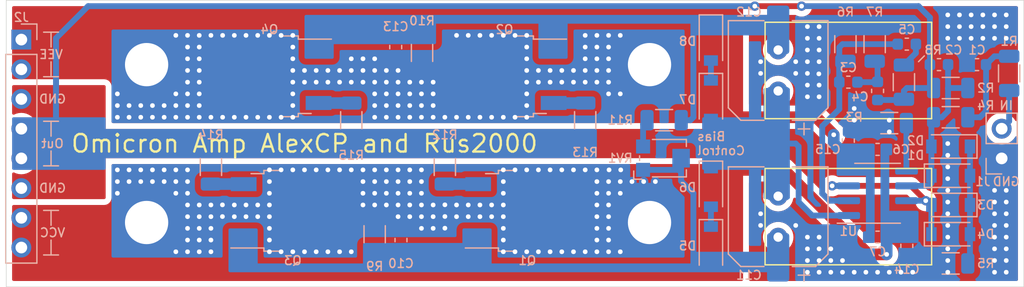
<source format=kicad_pcb>
(kicad_pcb (version 20211014) (generator pcbnew)
  (layers (0 "F.Cu" signal) (31 "B.Cu" signal) (34 "B.Paste" user) (35 "F.Paste" user) (36 "B.SilkS" user "B.Silkscreen") (37 "F.SilkS" user "F.Silkscreen") (38 "B.Mask" user) (39 "F.Mask" user) (44 "Edge.Cuts" user))
  (net 0 "")
  (net 1 "GND")
  (net 2 "Net-(C2-Pad1)")
  (net 3 "/Out")
  (net 4 "Net-(C3-Pad2)")
  (net 5 "VEE")
  (net 6 "VCC")
  (net 7 "Net-(D5-Pad1)")
  (net 8 "Net-(C11-Pad1)")
  (net 9 "Net-(D7-Pad1)")
  (net 10 "/In")
  (net 11 "Net-(Q1-Pad3)")
  (net 12 "Net-(C5-Pad2)")
  (net 13 "Net-(Q2-Pad3)")
  (net 14 "Net-(C10-Pad1)")
  (net 15 "Net-(Q3-Pad3)")
  (net 16 "Net-(Q4-Pad3)")
  (net 17 "Net-(C12-Pad1)")
  (net 18 "Net-(D1-Pad2)")
  (net 19 "Net-(R11-Pad1)")
  (net 20 "Net-(D3-Pad2)")
  (net 21 "Net-(C3-Pad1)")
  (net 22 "Net-(C1-Pad1)")
  (net 23 "Net-(R3-Pad1)")
  (footprint "Omicron:Ariamelon_Logo_CU" (layer "F.Cu") (at 69.75 24.5)
    (fp_text reference "A1" hide)
    (fp_text value "Art" hide)
  )
  (footprint "Backplane:C_Radial_D8.0mm_H11.5mm_P3.50mm_Sideways" (layer "F.Cu") (at 81.25 16.5 -90)
    (fp_text reference "C12")
    (fp_text value "100u")
  )
  (footprint "Backplane:C_Radial_D8.0mm_H11.5mm_P3.50mm_Sideways" (layer "F.Cu") (at 81.25 29 -90)
    (fp_text reference "C11")
    (fp_text value "100u")
  )
  (footprint "Diode_SMD:D_SOD-123" (layer "B.Cu") (at 96 27.25)
    (fp_text reference "D1")
    (fp_text value "D")
  )
  (footprint "Resistor_SMD:R_1206_3216Metric" (layer "B.Cu") (at 71.5 22.5)
    (fp_text reference "R11")
    (fp_text value "1k")
  )
  (footprint "Capacitor_SMD:C_0603_1608Metric" (layer "B.Cu") (at 92.25 16)
    (fp_text reference "C5")
    (fp_text value "330p")
  )
  (footprint "Package_TO_SOT_SMD:TO-252-2" (layer "B.Cu") (at 59.801073 30.25)
    (fp_text reference "Q1")
    (fp_text value "MJD44H11")
  )
  (footprint "Backplane:Potentiometer_Bourns_TC33X_Vertical" (layer "B.Cu") (at 71.5 25.75)
    (fp_text reference "RV1")
    (fp_text value "10k")
  )
  (footprint "Capacitor_SMD:CP_Elec_8x6.9" (layer "B.Cu") (at 81.25 18.25 90)
    (fp_text reference "C9" hide)
    (fp_text value "100u")
  )
  (footprint "Diode_SMD:D_SOD-123" (layer "B.Cu") (at 96 32.25)
    (fp_text reference "D4")
    (fp_text value "D")
  )
  (footprint "Package_SO:SOIC-8_3.9x4.9mm_P1.27mm" (layer "B.Cu") (at 89.75 28.75)
    (fp_text reference "U1")
    (fp_text value "NE5532")
  )
  (footprint "Resistor_SMD:R_1206_3216Metric" (layer "B.Cu") (at 96 19.75)
    (fp_text reference "R2")
    (fp_text value "4.7k")
  )
  (footprint "Capacitor_SMD:C_0603_1608Metric" (layer "B.Cu") (at 87.25 19.25)
    (fp_text reference "C3")
    (fp_text value "330p")
  )
  (footprint "Omicron:MountingHole_3.2mm_M3_DIN965_Pad_3.7mm_Hole" (layer "B.Cu") (at 27.25 31.25 180)
    (fp_text reference "H3" hide)
    (fp_text value "3.7mm")
  )
  (footprint "Capacitor_SMD:C_0603_1608Metric" (layer "B.Cu") (at 98.25 17.75 180)
    (fp_text reference "C1")
    (fp_text value "680p")
  )
  (footprint "Package_TO_SOT_SMD:TO-252-2" (layer "B.Cu") (at 57.851073 18.75 180)
    (fp_text reference "Q2")
    (fp_text value "MJD45H11")
  )
  (footprint "Resistor_SMD:R_1206_3216Metric" (layer "B.Cu") (at 50.8 16.75 90)
    (fp_text reference "R10")
    (fp_text value "12k")
  )
  (footprint "Capacitor_SMD:C_0603_1608Metric" (layer "B.Cu") (at 48.55 16.25 -90)
    (fp_text reference "C13")
    (fp_text value "15p")
  )
  (footprint "Omicron:MountingHole_3.2mm_M3_DIN965_Pad_3.7mm_Hole" (layer "B.Cu") (at 27.25 17.75 180)
    (fp_text reference "H4" hide)
    (fp_text value "3.7mm")
  )
  (footprint "Diode_SMD:D_SOD-123" (layer "B.Cu") (at 75.5 20.75 -90)
    (fp_text reference "D7")
    (fp_text value "D")
  )
  (footprint "Resistor_SMD:R_1206_3216Metric" (layer "B.Cu") (at 101 18.5 90)
    (fp_text reference "R1")
    (fp_text value "1k")
  )
  (footprint "Connector_PinHeader_2.54mm:PinHeader_1x08_P2.54mm_Vertical" (layer "B.Cu") (at 16.54 15.61 180)
    (fp_text reference "J2")
    (fp_text value "Out")
  )
  (footprint "Resistor_SMD:R_1206_3216Metric" (layer "B.Cu") (at 87 16 90)
    (fp_text reference "R6")
    (fp_text value "2.2k")
  )
  (footprint "Diode_SMD:D_SOD-123" (layer "B.Cu") (at 96 29.75 180)
    (fp_text reference "D3")
    (fp_text value "D")
  )
  (footprint "Resistor_SMD:R_1206_3216Metric" (layer "B.Cu") (at 96 34.75)
    (fp_text reference "R5")
    (fp_text value "1k")
  )
  (footprint "Capacitor_SMD:C_0603_1608Metric" (layer "B.Cu") (at 89.75 20 -90)
    (fp_text reference "C4")
    (fp_text value "1.5n")
  )
  (footprint "Diode_SMD:D_SOD-123" (layer "B.Cu") (at 75.5 33.25 -90)
    (fp_text reference "D5")
    (fp_text value "D")
  )
  (footprint "Capacitor_SMD:CP_Elec_8x6.9" (layer "B.Cu") (at 81.25 30.75 90)
    (fp_text reference "C8" hide)
    (fp_text value "100u")
  )
  (footprint "Package_TO_SOT_SMD:TO-252-2" (layer "B.Cu") (at 39.75 30.25)
    (fp_text reference "Q3")
    (fp_text value "MJD44H11")
  )
  (footprint "Capacitor_SMD:C_0603_1608Metric" (layer "B.Cu") (at 89.75 25 180)
    (fp_text reference "C6")
    (fp_text value "1u")
  )
  (footprint "Capacitor_SMD:C_0603_1608Metric" (layer "B.Cu") (at 49 32.75 90)
    (fp_text reference "C10")
    (fp_text value "15p")
  )
  (footprint "Omicron:MountingHole_3.2mm_M3_DIN965_Pad_3.7mm_Hole" (layer "B.Cu") (at 70.25 31.25 180)
    (fp_text reference "H1" hide)
    (fp_text value "3.7mm")
  )
  (footprint "Connector_PinHeader_2.54mm:PinHeader_1x02_P2.54mm_Vertical" (layer "B.Cu") (at 100.36 25.77)
    (fp_text reference "J1")
    (fp_text value "In")
  )
  (footprint "Capacitor_SMD:C_0603_1608Metric" (layer "B.Cu") (at 87.25 24.25 -90)
    (fp_text reference "C15")
    (fp_text value "1u")
  )
  (footprint "Resistor_SMD:R_1206_3216Metric" (layer "B.Cu") (at 52.75 26.5 90)
    (fp_text reference "R12")
    (fp_text value "5.1")
  )
  (footprint "Resistor_SMD:R_1206_3216Metric" (layer "B.Cu") (at 32.75 26.5 90)
    (fp_text reference "R14")
    (fp_text value "5.1")
  )
  (footprint "Diode_SMD:D_SOD-123" (layer "B.Cu") (at 75.5 15.75 -90)
    (fp_text reference "D8")
    (fp_text value "D")
  )
  (footprint "Capacitor_SMD:C_0603_1608Metric" (layer "B.Cu") (at 89.75 32.5 180)
    (fp_text reference "C7")
    (fp_text value "1u")
  )
  (footprint "Resistor_SMD:R_1206_3216Metric" (layer "B.Cu") (at 89.5 16 90)
    (fp_text reference "R7")
    (fp_text value "300")
  )
  (footprint "Resistor_SMD:R_1206_3216Metric" (layer "B.Cu") (at 46.75 32.25 -90)
    (fp_text reference "R9")
    (fp_text value "12k")
  )
  (footprint "Capacitor_SMD:C_0603_1608Metric" (layer "B.Cu") (at 92.25 33.25 -90)
    (fp_text reference "C14")
    (fp_text value "1u")
  )
  (footprint "Diode_SMD:D_SOD-123" (layer "B.Cu") (at 75.5 28.25 -90)
    (fp_text reference "D6")
    (fp_text value "D")
  )
  (footprint "Resistor_SMD:R_1206_3216Metric" (layer "B.Cu") (at 96 22.25 180)
    (fp_text reference "R4")
    (fp_text value "1k")
  )
  (footprint "Resistor_SMD:R_1206_3216Metric" (layer "B.Cu") (at 90.75 22.75 180)
    (fp_text reference "R3")
    (fp_text value "1.8k")
  )
  (footprint "Package_TO_SOT_SMD:TO-252-2" (layer "B.Cu") (at 37.75 18.75 180)
    (fp_text reference "Q4")
    (fp_text value "MJD45H11")
  )
  (footprint "Omicron:MountingHole_3.2mm_M3_DIN965_Pad_3.7mm_Hole" (layer "B.Cu") (at 70.25 17.75 180)
    (fp_text reference "H2" hide)
    (fp_text value "3.7mm")
  )
  (footprint "Capacitor_SMD:C_0603_1608Metric" (layer "B.Cu") (at 95 17.75 180)
    (fp_text reference "C2")
    (fp_text value "15p")
  )
  (footprint "Resistor_SMD:R_1206_3216Metric" (layer "B.Cu") (at 92 19.25 90)
    (fp_text reference "R8")
    (fp_text value "470k")
  )
  (footprint "Diode_SMD:D_SOD-123" (layer "B.Cu") (at 96 24.75 180)
    (fp_text reference "D2")
    (fp_text value "D")
  )
  (footprint "Resistor_SMD:R_1206_3216Metric" (layer "B.Cu") (at 64.75 22.5 90)
    (fp_text reference "R13")
    (fp_text value "5.1")
  )
  (footprint "Resistor_SMD:R_1206_3216Metric" (layer "B.Cu") (at 44.75 22.5 90)
    (fp_text reference "R15")
    (fp_text value "5.1")
  )
  (gr_line (start 19.715 22.595) (end 18.445 22.595) (layer "B.SilkS") (width 0.12))
  (gr_line (start 19.715 14.975) (end 18.445 14.975) (layer "B.SilkS") (width 0.12))
  (gr_line (start 19.08 22.595) (end 19.08 23.865) (layer "B.SilkS") (width 0.12))
  (gr_line (start 93.75 17) (end 93.25 17.5) (layer "B.SilkS") (width 0.12))
  (gr_line (start 19.08 34.025) (end 19.08 32.755) (layer "B.SilkS") (width 0.12))
  (gr_line (start 19.08 18.785) (end 19.08 17.515) (layer "B.SilkS") (width 0.12))
  (gr_line (start 19.08 30.215) (end 19.08 31.485) (layer "B.SilkS") (width 0.12))
  (gr_line (start 19.715 18.785) (end 18.445 18.785) (layer "B.SilkS") (width 0.12))
  (gr_line (start 19.08 26.405) (end 19.08 25.135) (layer "B.SilkS") (width 0.12))
  (gr_line (start 19.08 14.975) (end 19.08 16.245) (layer "B.SilkS") (width 0.12))
  (gr_line (start 19.715 30.215) (end 18.445 30.215) (layer "B.SilkS") (width 0.12))
  (gr_line (start 19.715 26.405) (end 18.445 26.405) (layer "B.SilkS") (width 0.12))
  (gr_line (start 19.715 34.025) (end 18.445 34.025) (layer "B.SilkS") (width 0.12))
  (gr_line (start 102.25 36.75) (end 102.25 12.25) (layer "Edge.Cuts") (width 0.05))
  (gr_line (start 15.25 12.25) (end 15.25 36.75) (layer "Edge.Cuts") (width 0.05))
  (gr_line (start 15.25 36.75) (end 102.25 36.75) (layer "Edge.Cuts") (width 0.05))
  (gr_line (start 15.25 12.25) (end 102.25 12.25) (layer "Edge.Cuts") (width 0.05))
  (gr_text "GND" (at 19.207 20.69) (layer "B.SilkS") (effects (font (size 0.75 0.75) (thickness 0.125)) (justify mirror)))
  (gr_text "VEE" (at 19.08 16.88) (layer "B.SilkS") (effects (font (size 0.75 0.75) (thickness 0.125)) (justify mirror)))
  (gr_text "Bias\nControl" (at 74.25 24.5) (layer "B.SilkS") (effects (font (size 0.75 0.75) (thickness 0.125)) (justify right mirror)))
  (gr_text "IN" (at 100.75 21.25) (layer "B.SilkS") (effects (font (size 0.75 0.75) (thickness 0.125)) (justify mirror)))
  (gr_text "Out" (at 19.207 24.5) (layer "B.SilkS") (effects (font (size 0.75 0.75) (thickness 0.125)) (justify mirror)))
  (gr_text "GND" (at 19.207 28.31) (layer "B.SilkS") (effects (font (size 0.75 0.75) (thickness 0.125)) (justify mirror)))
  (gr_text "GND" (at 100.75 27.75) (layer "B.SilkS") (effects (font (size 0.75 0.75) (thickness 0.125)) (justify mirror)))
  (gr_text "VCC" (at 19.207 32.12) (layer "B.SilkS") (effects (font (size 0.75 0.75) (thickness 0.125)) (justify mirror)))
  (gr_text "Omicron Amp AlexCP and Rus2000" (at 40.75 24.5) (layer "F.SilkS") (effects (font (size 1.5 1.5) (thickness 0.2))))
  (via (at 84.75 32.5) (size 0.8) (drill 0.4) (layers "F.Cu" "B.Cu") (net 1))
  (via (at 100.75 14.5) (size 0.8) (drill 0.4) (layers "F.Cu" "B.Cu") (net 1))
  (via (at 96.75 15.5) (size 0.8) (drill 0.4) (layers "F.Cu" "B.Cu") (net 1))
  (via (at 100.75 31.5) (size 0.8) (drill 0.4) (layers "F.Cu" "B.Cu") (net 1))
  (via (at 84.728469 18.541112) (size 0.8) (drill 0.4) (layers "F.Cu" "B.Cu") (net 1))
  (via (at 99.75 35.5) (size 0.8) (drill 0.4) (layers "F.Cu" "B.Cu") (net 1))
  (via (at 87.75 21.5) (size 0.8) (drill 0.4) (layers "F.Cu" "B.Cu") (net 1))
  (via (at 100.75 32.5) (size 0.8) (drill 0.4) (layers "F.Cu" "B.Cu") (net 1))
  (via (at 92.75 35.5) (size 0.8) (drill 0.4) (layers "F.Cu" "B.Cu") (net 1))
  (via (at 99.75 14.5) (size 0.8) (drill 0.4) (layers "F.Cu" "B.Cu") (net 1))
  (via (at 100.75 33.5) (size 0.8) (drill 0.4) (layers "F.Cu" "B.Cu") (net 1))
  (via (at 83.75 14.5) (size 0.8) (drill 0.4) (layers "F.Cu" "B.Cu") (net 1))
  (via (at 90.75 22.5) (size 0.8) (drill 0.4) (layers "F.Cu" "B.Cu") (net 1))
  (via (at 90.75 23.5) (size 0.8) (drill 0.4) (layers "F.Cu" "B.Cu") (net 1))
  (via (at 100.75 13.5) (size 0.8) (drill 0.4) (layers "F.Cu" "B.Cu") (net 1))
  (via (at 85.75 34.5) (size 0.8) (drill 0.4) (layers "F.Cu" "B.Cu") (net 1))
  (via (at 84.75 35.5) (size 0.8) (drill 0.4) (layers "F.Cu" "B.Cu") (net 1))
  (via (at 99.75 34.5) (size 0.8) (drill 0.4) (layers "F.Cu" "B.Cu") (net 1))
  (via (at 79.75 18.5) (size 0.8) (drill 0.4) (layers "F.Cu" "B.Cu") (net 1))
  (via (at 91.75 35.5) (size 0.8) (drill 0.4) (layers "F.Cu" "B.Cu") (net 1))
  (via (at 84.75 17.5) (size 0.8) (drill 0.4) (layers "F.Cu" "B.Cu") (net 1))
  (via (at 90.75 35.5) (size 0.8) (drill 0.4) (layers "F.Cu" "B.Cu") (net 1))
  (via (at 84.75 16.5) (size 0.8) (drill 0.4) (layers "F.Cu" "B.Cu") (net 1))
  (via (at 83.75 19.5) (size 0.8) (drill 0.4) (layers "F.Cu" "B.Cu") (net 1))
  (via (at 99.75 28.5) (size 0.8) (drill 0.4) (layers "F.Cu" "B.Cu") (net 1))
  (via (at 98.75 15.5) (size 0.8) (drill 0.4) (layers "F.Cu" "B.Cu") (net 1))
  (via (at 100.75 15.5) (size 0.8) (drill 0.4) (layers "F.Cu" "B.Cu") (net 1))
  (via (at 82.75 17.5) (size 0.8) (drill 0.4) (layers "F.Cu" "B.Cu") (net 1))
  (via (at 95.75 25.5) (size 0.8) (drill 0.4) (layers "F.Cu" "B.Cu") (net 1))
  (via (at 83.75 20.5) (size 0.8) (drill 0.4) (layers "F.Cu" "B.Cu") (net 1))
  (via (at 85.75 35.5) (size 0.8) (drill 0.4) (layers "F.Cu" "B.Cu") (net 1))
  (via (at 100.75 30.5) (size 0.8) (drill 0.4) (layers "F.Cu" "B.Cu") (net 1))
  (via (at 84.75 33.5) (size 0.8) (drill 0.4) (layers "F.Cu" "B.Cu") (net 1))
  (via (at 99.75 32.5) (size 0.8) (drill 0.4) (layers "F.Cu" "B.Cu") (net 1))
  (via (at 95.75 13.5) (size 0.8) (drill 0.4) (layers "F.Cu" "B.Cu") (net 1))
  (via (at 95.75 28.5) (size 0.8) (drill 0.4) (layers "F.Cu" "B.Cu") (net 1))
  (via (at 83.75 17.5) (size 0.8) (drill 0.4) (layers "F.Cu" "B.Cu") (net 1))
  (via (at 95.75 29.5) (size 0.8) (drill 0.4) (layers "F.Cu" "B.Cu") (net 1))
  (via (at 86.75 35.5) (size 0.8) (drill 0.4) (layers "F.Cu" "B.Cu") (net 1))
  (via (at 99.75 30.5) (size 0.8) (drill 0.4) (layers "F.Cu" "B.Cu") (net 1))
  (via (at 84.75 15.5) (size 0.8) (drill 0.4) (layers "F.Cu" "B.Cu") (net 1))
  (via (at 97.75 14.5) (size 0.8) (drill 0.4) (layers "F.Cu" "B.Cu") (net 1))
  (via (at 83.75 34.5) (size 0.8) (drill 0.4) (layers "F.Cu" "B.Cu") (net 1))
  (via (at 82.75 31.5) (size 0.8) (drill 0.4) (layers "F.Cu" "B.Cu") (net 1))
  (via (at 100.75 29.5) (size 0.8) (drill 0.4) (layers "F.Cu" "B.Cu") (net 1))
  (via (at 88.75 35.5) (size 0.8) (drill 0.4) (layers "F.Cu" "B.Cu") (net 1))
  (via (at 95.75 15.5) (size 0.8) (drill 0.4) (layers "F.Cu" "B.Cu") (net 1))
  (via (at 99.75 13.5) (size 0.8) (drill 0.4) (layers "F.Cu" "B.Cu") (net 1))
  (via (at 83.75 32.5) (size 0.8) (drill 0.4) (layers "F.Cu" "B.Cu") (net 1))
  (via (at 97.75 13.5) (size 0.8) (drill 0.4) (layers "F.Cu" "B.Cu") (net 1))
  (via (at 95.75 31.5) (size 0.8) (drill 0.4) (layers "F.Cu" "B.Cu") (net 1))
  (via (at 95.75 33.5) (size 0.8) (drill 0.4) (layers "F.Cu" "B.Cu") (net 1))
  (via (at 95.75 26.5) (size 0.8) (drill 0.4) (layers "F.Cu" "B.Cu") (net 1))
  (via (at 95.75 34.5) (size 0.8) (drill 0.4) (layers "F.Cu" "B.Cu") (net 1))
  (via (at 79.75 31.5) (size 0.8) (drill 0.4) (layers "F.Cu" "B.Cu") (net 1))
  (via (at 89.75 35.5) (size 0.8) (drill 0.4) (layers "F.Cu" "B.Cu") (net 1))
  (via (at 84.75 19.5) (size 0.8) (drill 0.4) (layers "F.Cu" "B.Cu") (net 1))
  (via (at 100.75 34.5) (size 0.8) (drill 0.4) (layers "F.Cu" "B.Cu") (net 1))
  (via (at 97.75 15.5) (size 0.8) (drill 0.4) (layers "F.Cu" "B.Cu") (net 1))
  (via (at 83.75 33.5) (size 0.8) (drill 0.4) (layers "F.Cu" "B.Cu") (net 1))
  (via (at 95.75 14.5) (size 0.8) (drill 0.4) (layers "F.Cu" "B.Cu") (net 1))
  (via (at 95.75 27.5) (size 0.8) (drill 0.4) (layers "F.Cu" "B.Cu") (net 1))
  (via (at 99.75 29.5) (size 0.8) (drill 0.4) (layers "F.Cu" "B.Cu") (net 1))
  (via (at 95.75 24.5) (size 0.8) (drill 0.4) (layers "F.Cu" "B.Cu") (net 1))
  (via (at 79.75 17.5) (size 0.8) (drill 0.4) (layers "F.Cu" "B.Cu") (net 1))
  (via (at 83.75 16.5) (size 0.8) (drill 0.4) (layers "F.Cu" "B.Cu") (net 1))
  (via (at 95.75 30.5) (size 0.8) (drill 0.4) (layers "F.Cu" "B.Cu") (net 1))
  (via (at 83.75 15.5) (size 0.8) (drill 0.4) (layers "F.Cu" "B.Cu") (net 1))
  (via (at 100.75 28.5) (size 0.8) (drill 0.4) (layers "F.Cu" "B.Cu") (net 1))
  (via (at 84.75 14.5) (size 0.8) (drill 0.4) (layers "F.Cu" "B.Cu") (net 1))
  (via (at 83.75 18.5) (size 0.8) (drill 0.4) (layers "F.Cu" "B.Cu") (net 1))
  (via (at 99.75 31.5) (size 0.8) (drill 0.4) (layers "F.Cu" "B.Cu") (net 1))
  (via (at 86.75 34.5) (size 0.8) (drill 0.4) (layers "F.Cu" "B.Cu") (net 1))
  (via (at 83.75 35.5) (size 0.8) (drill 0.4) (layers "F.Cu" "B.Cu") (net 1))
  (via (at 98.75 13.5) (size 0.8) (drill 0.4) (layers "F.Cu" "B.Cu") (net 1))
  (via (at 84.75 34.5) (size 0.8) (drill 0.4) (layers "F.Cu" "B.Cu") (net 1))
  (via (at 96.75 14.5) (size 0.8) (drill 0.4) (layers "F.Cu" "B.Cu") (net 1))
  (via (at 99.75 33.5) (size 0.8) (drill 0.4) (layers "F.Cu" "B.Cu") (net 1))
  (via (at 85.75 33.5) (size 0.8) (drill 0.4) (layers "F.Cu" "B.Cu") (net 1))
  (via (at 87.75 22.5) (size 0.8) (drill 0.4) (layers "F.Cu" "B.Cu") (net 1))
  (via (at 96.75 13.5) (size 0.8) (drill 0.4) (layers "F.Cu" "B.Cu") (net 1))
  (via (at 84.75 20.5) (size 0.8) (drill 0.4) (layers "F.Cu" "B.Cu") (net 1))
  (via (at 99.75 15.5) (size 0.8) (drill 0.4) (layers "F.Cu" "B.Cu") (net 1))
  (via (at 87.75 35.5) (size 0.8) (drill 0.4) (layers "F.Cu" "B.Cu") (net 1))
  (via (at 95.75 32.5) (size 0.8) (drill 0.4) (layers "F.Cu" "B.Cu") (net 1))
  (via (at 100.75 35.5) (size 0.8) (drill 0.4) (layers "F.Cu" "B.Cu") (net 1))
  (via (at 95.75 35.5) (size 0.8) (drill 0.4) (layers "F.Cu" "B.Cu") (net 1))
  (via (at 79.75 30.5) (size 0.8) (drill 0.4) (layers "F.Cu" "B.Cu") (net 1))
  (via (at 98.75 14.5) (size 0.8) (drill 0.4) (layers "F.Cu" "B.Cu") (net 1))
  (via (at 82.75 18.5) (size 0.8) (drill 0.4) (layers "F.Cu" "B.Cu") (net 1))
  (segment (start 94.35 27.25) (end 94.35 22.4375) (width 0.5) (layer "B.Cu") (net 2))
  (segment (start 94.35 27.25) (end 94.35 27.9) (width 0.5) (layer "B.Cu") (net 2))
  (segment (start 94.135 28.115) (end 92.225 28.115) (width 0.5) (layer "B.Cu") (net 2))
  (segment (start 97.4625 19.75) (end 95.8 19.75) (width 0.5) (layer "B.Cu") (net 2))
  (segment (start 95.775 21.725) (end 95.25 22.25) (width 0.5) (layer "B.Cu") (net 2))
  (segment (start 95.8 19.75) (end 95.775 19.775) (width 0.5) (layer "B.Cu") (net 2))
  (segment (start 95.775 19.775) (end 95.775 21.725) (width 0.5) (layer "B.Cu") (net 2))
  (segment (start 95.775 17.75) (end 95.775 19.775) (width 0.5) (layer "B.Cu") (net 2))
  (segment (start 95.25 22.25) (end 94.5375 22.25) (width 0.5) (layer "B.Cu") (net 2))
  (segment (start 94.35 27.9) (end 94.135 28.115) (width 0.5) (layer "B.Cu") (net 2))
  (segment (start 83.25 12.75) (end 79.25 12.75) (width 0.5) (layer "F.Cu") (net 3))
  (via (at 83.25 12.75) (size 0.8) (drill 0.4) (layers "F.Cu" "B.Cu") (net 3))
  (via (at 79.25 12.75) (size 0.8) (drill 0.4) (layers "F.Cu" "B.Cu") (net 3))
  (segment (start 19.51 21.24) (end 19.5 21.25) (width 0.5) (layer "B.Cu") (net 3))
  (segment (start 19.51 21.24) (end 19.51 15.49) (width 0.5) (layer "B.Cu") (net 3))
  (segment (start 19.5 21.25) (end 19.5 22.5) (width 0.5) (layer "B.Cu") (net 3))
  (segment (start 94.225 19.4375) (end 94.5375 19.75) (width 0.5) (layer "B.Cu") (net 3))
  (segment (start 94.225 13.725) (end 93.25 12.75) (width 0.5) (layer "B.Cu") (net 3))
  (segment (start 89.75 20.775) (end 91.9375 20.775) (width 0.5) (layer "B.Cu") (net 3))
  (segment (start 22.25 12.75) (end 79.25 12.75) (width 0.5) (layer "B.Cu") (net 3))
  (segment (start 93.25 12.75) (end 83.25 12.75) (width 0.5) (layer "B.Cu") (net 3))
  (segment (start 92.25 19.75) (end 92 20) (width 0.5) (layer "B.Cu") (net 3))
  (segment (start 94.225 17.75) (end 94.225 19.4375) (width 0.5) (layer "B.Cu") (net 3))
  (segment (start 94.225 17.75) (end 94.225 13.725) (width 0.5) (layer "B.Cu") (net 3))
  (segment (start 92 20) (end 92 20.7125) (width 0.5) (layer "B.Cu") (net 3))
  (segment (start 19.51 15.49) (end 22.25 12.75) (width 0.5) (layer "B.Cu") (net 3))
  (segment (start 91.9375 20.775) (end 92 20.7125) (width 0.5) (layer "B.Cu") (net 3))
  (segment (start 19.51 15.49) (end 19.51 22.99) (width 0.5) (layer "B.Cu") (net 3))
  (segment (start 94.5375 19.75) (end 92.25 19.75) (width 0.5) (layer "B.Cu") (net 3))
  (segment (start 89.75 17.7125) (end 89.5 17.4625) (width 0.5) (layer "B.Cu") (net 4))
  (segment (start 89.725 19.25) (end 89.75 19.225) (width 0.5) (layer "B.Cu") (net 4))
  (segment (start 89.75 19.225) (end 89.75 17.7125) (width 0.5) (layer "B.Cu") (net 4))
  (segment (start 88.025 19.25) (end 89.725 19.25) (width 0.5) (layer "B.Cu") (net 4))
  (segment (start 86 23.75) (end 84.5 22.25) (width 1) (layer "F.Cu") (net 5))
  (segment (start 84.5 22.25) (end 75.5 22.25) (width 1) (layer "F.Cu") (net 5))
  (via (at 39.75 21.25) (size 0.8) (drill 0.4) (layers "F.Cu" "B.Cu") (net 5))
  (via (at 24.75 22.25) (size 0.8) (drill 0.4) (layers "F.Cu" "B.Cu") (net 5))
  (via (at 66.75 17.25) (size 0.8) (drill 0.4) (layers "F.Cu" "B.Cu") (net 5))
  (via (at 55.75 22.25) (size 0.8) (drill 0.4) (layers "F.Cu" "B.Cu") (net 5))
  (via (at 27.75 21.25) (size 0.8) (drill 0.4) (layers "F.Cu" "B.Cu") (net 5))
  (via (at 34.75 15.25) (size 0.8) (drill 0.4) (layers "F.Cu" "B.Cu") (net 5))
  (via (at 65.75 19.25) (size 0.8) (drill 0.4) (layers "F.Cu" "B.Cu") (net 5))
  (via (at 48.75 21.25) (size 0.8) (drill 0.4) (layers "F.Cu" "B.Cu") (net 5))
  (via (at 47.75 19.25) (size 0.8) (drill 0.4) (layers "F.Cu" "B.Cu") (net 5))
  (via (at 37.75 22.25) (size 0.8) (drill 0.4) (layers "F.Cu" "B.Cu") (net 5))
  (via (at 27.75 22.25) (size 0.8) (drill 0.4) (layers "F.Cu" "B.Cu") (net 5))
  (via (at 63.75 19.25) (size 0.8) (drill 0.4) (layers "F.Cu" "B.Cu") (net 5))
  (via (at 59.75 17.25) (size 0.8) (drill 0.4) (layers "F.Cu" "B.Cu") (net 5))
  (via (at 35.75 22.25) (size 0.8) (drill 0.4) (layers "F.Cu" "B.Cu") (net 5))
  (via (at 31.75 21.25) (size 0.8) (drill 0.4) (layers "F.Cu" "B.Cu") (net 5))
  (via (at 62.75 19.25) (size 0.8) (drill 0.4) (layers "F.Cu" "B.Cu") (net 5))
  (via (at 28.75 21.25) (size 0.8) (drill 0.4) (layers "F.Cu" "B.Cu") (net 5))
  (via (at 64.75 17.25) (size 0.8) (drill 0.4) (layers "F.Cu" "B.Cu") (net 5))
  (via (at 36.75 22.25) (size 0.8) (drill 0.4) (layers "F.Cu" "B.Cu") (net 5))
  (via (at 26.75 22.25) (size 0.8) (drill 0.4) (layers "F.Cu" "B.Cu") (net 5))
  (via (at 66.75 18.25) (size 0.8) (drill 0.4) (layers "F.Cu" "B.Cu") (net 5))
  (via (at 48.75 19.25) (size 0.8) (drill 0.4) (layers "F.Cu" "B.Cu") (net 5))
  (via (at 61.75 18.25) (size 0.8) (drill 0.4) (layers "F.Cu" "B.Cu") (net 5))
  (via (at 49.75 22.25) (size 0.8) (drill 0.4) (layers "F.Cu" "B.Cu") (net 5))
  (via (at 30.75 17.25) (size 0.8) (drill 0.4) (layers "F.Cu" "B.Cu") (net 5))
  (via (at 60.75 18.25) (size 0.8) (drill 0.4) (layers "F.Cu" "B.Cu") (net 5))
  (via (at 43.75 18.25) (size 0.8) (drill 0.4) (layers "F.Cu" "B.Cu") (net 5))
  (via (at 44.75 19.25) (size 0.8) (drill 0.4) (layers "F.Cu" "B.Cu") (net 5))
  (via (at 48.75 20.25) (size 0.8) (drill 0.4) (layers "F.Cu" "B.Cu") (net 5))
  (via (at 53.75 22.25) (size 0.8) (drill 0.4) (layers "F.Cu" "B.Cu") (net 5))
  (via (at 66.75 20.25) (size 0.8) (drill 0.4) (layers "F.Cu" "B.Cu") (net 5))
  (via (at 62.75 18.25) (size 0.8) (drill 0.4) (layers "F.Cu" "B.Cu") (net 5))
  (via (at 33.75 15.25) (size 0.8) (drill 0.4) (layers "F.Cu" "B.Cu") (net 5))
  (via (at 24.75 20.25) (size 0.8) (drill 0.4) (layers "F.Cu" "B.Cu") (net 5))
  (via (at 58.75 15.25) (size 0.8) (drill 0.4) (layers "F.Cu" "B.Cu") (net 5))
  (via (at 42.75 19.25) (size 0.8) (drill 0.4) (layers "F.Cu" "B.Cu") (net 5))
  (via (at 38.75 15.25) (size 0.8) (drill 0.4) (layers "F.Cu" "B.Cu") (net 5))
  (via (at 65.75 18.25) (size 0.8) (drill 0.4) (layers "F.Cu" "B.Cu") (net 5))
  (via (at 67.75 20.25) (size 0.8) (drill 0.4) (layers "F.Cu" "B.Cu") (net 5))
  (via (at 43.75 19.25) (size 0.8) (drill 0.4) (layers "F.Cu" "B.Cu") (net 5))
  (via (at 48.75 18.25) (size 0.8) (drill 0.4) (layers "F.Cu" "B.Cu") (net 5))
  (via (at 50.75 21.25) (size 0.8) (drill 0.4) (layers "F.Cu" "B.Cu") (net 5))
  (via (at 39.75 20.25) (size 0.8) (drill 0.4) (layers "F.Cu" "B.Cu") (net 5))
  (via (at 64.75 15.25) (size 0.8) (drill 0.4) (layers "F.Cu" "B.Cu") (net 5))
  (via (at 25.75 21.25) (size 0.8) (drill 0.4) (layers "F.Cu" "B.Cu") (net 5))
  (via (at 39.75 22.25) (size 0.8) (drill 0.4) (layers "F.Cu" "B.Cu") (net 5))
  (via (at 30.75 15.25) (size 0.8) (drill 0.4) (layers "F.Cu" "B.Cu") (net 5))
  (via (at 66.75 15.25) (size 0.8) (drill 0.4) (layers "F.Cu" "B.Cu") (net 5))
  (via (at 42.75 18.25) (size 0.8) (drill 0.4) (layers "F.Cu" "B.Cu") (net 5))
  (via (at 31.75 15.25) (size 0.8) (drill 0.4) (layers "F.Cu" "B.Cu") (net 5))
  (via (at 33.75 22.25) (size 0.8) (drill 0.4) (layers "F.Cu" "B.Cu") (net 5))
  (via (at 46.75 21.25) (size 0.8) (drill 0.4) (layers "F.Cu" "B.Cu") (net 5))
  (via (at 67.75 15.25) (size 0.8) (drill 0.4) (layers "F.Cu" "B.Cu") (net 5))
  (via (at 28.75 22.25) (size 0.8) (drill 0.4) (layers "F.Cu" "B.Cu") (net 5))
  (via (at 40.75 19.25) (size 0.8) (drill 0.4) (layers "F.Cu" "B.Cu") (net 5))
  (via (at 32.75 15.25) (size 0.8) (drill 0.4) (layers "F.Cu" "B.Cu") (net 5))
  (via (at 49.75 19.25) (size 0.8) (drill 0.4) (layers "F.Cu" "B.Cu") (net 5))
  (via (at 31.75 17.25) (size 0.8) (drill 0.4) (layers "F.Cu" "B.Cu") (net 5))
  (via (at 54.75 22.25) (size 0.8) (drill 0.4) (layers "F.Cu" "B.Cu") (net 5))
  (via (at 57.75 15.25) (size 0.8) (drill 0.4) (layers "F.Cu" "B.Cu") (net 5))
  (via (at 29.75 22.25) (size 0.8) (drill 0.4) (layers "F.Cu" "B.Cu") (net 5))
  (via (at 60.75 19.25) (size 0.8) (drill 0.4) (layers "F.Cu" "B.Cu") (net 5))
  (via (at 31.75 19.25) (size 0.8) (drill 0.4) (layers "F.Cu" "B.Cu") (net 5))
  (via (at 24.75 21.25) (size 0.8) (drill 0.4) (layers "F.Cu" "B.Cu") (net 5))
  (via (at 59.75 18.25) (size 0.8) (drill 0.4) (layers "F.Cu" "B.Cu") (net 5))
  (via (at 51.75 20.25) (size 0.8) (drill 0.4) (layers "F.Cu" "B.Cu") (net 5))
  (via (at 44.75 18.25) (size 0.8) (drill 0.4) (layers "F.Cu" "B.Cu") (net 5))
  (via (at 30.75 16.25) (size 0.8) (drill 0.4) (layers "F.Cu" "B.Cu") (net 5))
  (via (at 63.75 18.25) (size 0.8) (drill 0.4) (layers "F.Cu" "B.Cu") (net 5))
  (via (at 61.75 19.25) (size 0.8) (drill 0.4) (layers "F.Cu" "B.Cu") (net 5))
  (via (at 30.75 22.25) (size 0.8) (drill 0.4) (layers "F.Cu" "B.Cu") (net 5))
  (via (at 29.75 15.25) (size 0.8) (drill 0.4) (layers "F.Cu" "B.Cu") (net 5))
  (via (at 29.75 21.25) (size 0.8) (drill 0.4) (layers "F.Cu" "B.Cu") (net 5))
  (via (at 45.75 18.25) (size 0.8) (drill 0.4) (layers "F.Cu" "B.Cu") (net 5))
  (via (at 39.75 17.25) (size 0.8) (drill 0.4) (layers "F.Cu" "B.Cu") (net 5))
  (via (at 57.75 22.25) (size 0.8) (drill 0.4) (layers "F.Cu" "B.Cu") (net 5))
  (via (at 47.75 18.25) (size 0.8) (drill 0.4) (layers "F.Cu" "B.Cu") (net 5))
  (via (at 39.75 16.25) (size 0.8) (drill 0.4) (layers "F.Cu" "B.Cu") (net 5))
  (via (at 46.75 17.25) (size 0.8) (drill 0.4) (layers "F.Cu" "B.Cu") (net 5))
  (via (at 39.75 15.25) (size 0.8) (drill 0.4) (layers "F.Cu" "B.Cu") (net 5))
  (via (at 45.75 17.25) (size 0.8) (drill 0.4) (layers "F.Cu" "B.Cu") (net 5))
  (via (at 48.75 22.25) (size 0.8) (drill 0.4) (layers "F.Cu" "B.Cu") (net 5))
  (via (at 31.75 22.25) (size 0.8) (drill 0.4) (layers "F.Cu" "B.Cu") (net 5))
  (via (at 47.75 20.25) (size 0.8) (drill 0.4) (layers "F.Cu" "B.Cu") (net 5))
  (via (at 51.75 19.25) (size 0.8) (drill 0.4) (layers "F.Cu" "B.Cu") (net 5))
  (via (at 30.75 21.25) (size 0.8) (drill 0.4) (layers "F.Cu" "B.Cu") (net 5))
  (via (at 65.75 15.25) (size 0.8) (drill 0.4) (layers "F.Cu" "B.Cu") (net 5))
  (via (at 46.75 18.25) (size 0.8) (drill 0.4) (layers "F.Cu" "B.Cu") (net 5))
  (via (at 56.75 15.25) (size 0.8) (drill 0.4) (layers "F.Cu" "B.Cu") (net 5))
  (via (at 29.75 20.25) (size 0.8) (drill 0.4) (layers "F.Cu" "B.Cu") (net 5))
  (via (at 36.75 15.25) (size 0.8) (drill 0.4) (layers "F.Cu" "B.Cu") (net 5))
  (via (at 66.75 16.25) (size 0.8) (drill 0.4) (layers "F.Cu" "B.Cu") (net 5))
  (via (at 50.75 19.25) (size 0.8) (drill 0.4) (layers "F.Cu" "B.Cu") (net 5))
  (via (at 45.75 19.25) (size 0.8) (drill 0.4) (layers "F.Cu" "B.Cu") (net 5))
  (via (at 59.75 19.25) (size 0.8) (drill 0.4) (layers "F.Cu" "B.Cu") (net 5))
  (via (at 37.75 15.25) (size 0.8) (drill 0.4) (layers "F.Cu" "B.Cu") (net 5))
  (via (at 65.75 16.25) (size 0.8) (drill 0.4) (layers "F.Cu" "B.Cu") (net 5))
  (via (at 39.75 19.25) (size 0.8) (drill 0.4) (layers "F.Cu" "B.Cu") (net 5))
  (via (at 65.75 17.25) (size 0.8) (drill 0.4) (layers "F.Cu" "B.Cu") (net 5))
  (via (at 38.75 22.25) (size 0.8) (drill 0.4) (layers "F.Cu" "B.Cu") (net 5))
  (via (at 58.75 22.25) (size 0.8) (drill 0.4) (layers "F.Cu" "B.Cu") (net 5))
  (via (at 64.75 19.25) (size 0.8) (drill 0.4) (layers "F.Cu" "B.Cu") (net 5))
  (via (at 46.75 22.25) (size 0.8) (drill 0.4) (layers "F.Cu" "B.Cu") (net 5))
  (via (at 31.75 16.25) (size 0.8) (drill 0.4) (layers "F.Cu" "B.Cu") (net 5))
  (via (at 55.75 15.25) (size 0.8) (drill 0.4) (layers "F.Cu" "B.Cu") (net 5))
  (via (at 50.75 22.25) (size 0.8) (drill 0.4) (layers "F.Cu" "B.Cu") (net 5))
  (via (at 40.75 18.25) (size 0.8) (drill 0.4) (layers "F.Cu" "B.Cu") (net 5))
  (via (at 59.75 20.25) (size 0.8) (drill 0.4) (layers "F.Cu" "B.Cu") (net 5))
  (via (at 25.75 22.25) (size 0.8) (drill 0.4) (layers "F.Cu" "B.Cu") (net 5))
  (via (at 30.75 19.25) (size 0.8) (drill 0.4) (layers "F.Cu" "B.Cu") (net 5))
  (via (at 66.75 19.25) (size 0.8) (drill 0.4) (layers "F.Cu" "B.Cu") (net 5))
  (via (at 53.75 15.25) (size 0.8) (drill 0.4) (layers "F.Cu" "B.Cu") (net 5))
  (via (at 30.75 18.25) (size 0.8) (drill 0.4) (layers "F.Cu" "B.Cu") (net 5))
  (via (at 41.75 19.25) (size 0.8) (drill 0.4) (layers "F.Cu" "B.Cu") (net 5))
  (via (at 50.75 20.25) (size 0.8) (drill 0.4) (layers "F.Cu" "B.Cu") (net 5))
  (via (at 59.75 22.25) (size 0.8) (drill 0.4) (layers "F.Cu" "B.Cu") (net 5))
  (via (at 41.75 18.25) (size 0.8) (drill 0.4) (layers "F.Cu" "B.Cu") (net 5))
  (via (at 51.75 22.25) (size 0.8) (drill 0.4) (layers "F.Cu" "B.Cu") (net 5))
  (via (at 64.75 16.25) (size 0.8) (drill 0.4) (layers "F.Cu" "B.Cu") (net 5))
  (via (at 49.75 20.25) (size 0.8) (drill 0.4) (layers "F.Cu" "B.Cu") (net 5))
  (via (at 32.75 22.25) (size 0.8) (drill 0.4) (layers "F.Cu" "B.Cu") (net 5))
  (via (at 59.75 21.25) (size 0.8) (drill 0.4) (layers "F.Cu" "B.Cu") (net 5))
  (via (at 30.75 20.25) (size 0.8) (drill 0.4) (layers "F.Cu" "B.Cu") (net 5))
  (via (at 59.75 16.25) (size 0.8) (drill 0.4) (layers "F.Cu" "B.Cu") (net 5))
  (via (at 31.75 18.25) (size 0.8) (drill 0.4) (layers "F.Cu" "B.Cu") (net 5))
  (via (at 56.75 22.25) (size 0.8) (drill 0.4) (layers "F.Cu" "B.Cu") (net 5))
  (via (at 49.75 21.25) (size 0.8) (drill 0.4) (layers "F.Cu" "B.Cu") (net 5))
  (via (at 46.75 20.25) (size 0.8) (drill 0.4) (layers "F.Cu" "B.Cu") (net 5))
  (via (at 54.75 15.25) (size 0.8) (drill 0.4) (layers "F.Cu" "B.Cu") (net 5))
  (via (at 46.75 19.25) (size 0.8) (drill 0.4) (layers "F.Cu" "B.Cu") (net 5))
  (via (at 44.75 17.25) (size 0.8) (drill 0.4) (layers "F.Cu" "B.Cu") (net 5))
  (via (at 59.75 15.25) (size 0.8) (drill 0.4) (layers "F.Cu" "B.Cu") (net 5))
  (via (at 47.75 21.25) (size 0.8) (drill 0.4) (layers "F.Cu" "B.Cu") (net 5))
  (via (at 52.75 22.25) (size 0.8) (drill 0.4) (layers "F.Cu" "B.Cu") (net 5))
  (via (at 31.75 20.25) (size 0.8) (drill 0.4) (layers "F.Cu" "B.Cu") (net 5))
  (via (at 86 23.75) (size 0.8) (drill 0.4) (layers "F.Cu" "B.Cu") (net 5))
  (via (at 51.75 21.25) (size 0.8) (drill 0.4) (layers "F.Cu" "B.Cu") (net 5))
  (via (at 35.75 15.25) (size 0.8) (drill 0.4) (layers "F.Cu" "B.Cu") (net 5))
  (via (at 26.75 21.25) (size 0.8) (drill 0.4) (layers "F.Cu" "B.Cu") (net 5))
  (via (at 34.75 22.25) (size 0.8) (drill 0.4) (layers "F.Cu" "B.Cu") (net 5))
  (via (at 39.75 18.25) (size 0.8) (drill 0.4) (layers "F.Cu" "B.Cu") (net 5))
  (via (at 47.75 22.25) (size 0.8) (drill 0.4) (layers "F.Cu" "B.Cu") (net 5))
  (via (at 64.75 18.25) (size 0.8) (drill 0.4) (layers "F.Cu" "B.Cu") (net 5))
  (segment (start 87.25 25.025) (end 86.525 25.025) (width 1) (layer "B.Cu") (net 5))
  (segment (start 86 24.5) (end 86 23.75) (width 1) (layer "B.Cu") (net 5))
  (segment (start 86.525 25.025) (end 86 24.5) (width 1) (layer "B.Cu") (net 5))
  (segment (start 88.975 33.975) (end 81.75 26.75) (width 1) (layer "F.Cu") (net 6))
  (segment (start 90.525 33.975) (end 88.975 33.975) (width 1) (layer "F.Cu") (net 6))
  (segment (start 81.75 26.75) (end 76.5 26.75) (width 1) (layer "F.Cu") (net 6))
  (via (at 44.75 33.75) (size 0.8) (drill 0.4) (layers "F.Cu" "B.Cu") (net 6))
  (via (at 66.75 31.75) (size 0.8) (drill 0.4) (layers "F.Cu" "B.Cu") (net 6))
  (via (at 44.75 26.75) (size 0.8) (drill 0.4) (layers "F.Cu" "B.Cu") (net 6))
  (via (at 55.75 29.75) (size 0.8) (drill 0.4) (layers "F.Cu" "B.Cu") (net 6))
  (via (at 50.75 28.75) (size 0.8) (drill 0.4) (layers "F.Cu" "B.Cu") (net 6))
  (via (at 32.75 31.75) (size 0.8) (drill 0.4) (layers "F.Cu" "B.Cu") (net 6))
  (via (at 63.75 33.75) (size 0.8) (drill 0.4) (layers "F.Cu" "B.Cu") (net 6))
  (via (at 31.75 31.75) (size 0.8) (drill 0.4) (layers "F.Cu" "B.Cu") (net 6))
  (via (at 32.75 32.75) (size 0.8) (drill 0.4) (layers "F.Cu" "B.Cu") (net 6))
  (via (at 29.75 26.75) (size 0.8) (drill 0.4) (layers "F.Cu" "B.Cu") (net 6))
  (via (at 56.75 30.75) (size 0.8) (drill 0.4) (layers "F.Cu" "B.Cu") (net 6))
  (via (at 65.75 31.75) (size 0.8) (drill 0.4) (layers "F.Cu" "B.Cu") (net 6))
  (via (at 29.75 27.75) (size 0.8) (drill 0.4) (layers "F.Cu" "B.Cu") (net 6))
  (via (at 30.75 27.75) (size 0.8) (drill 0.4) (layers "F.Cu" "B.Cu") (net 6))
  (via (at 53.75 30.75) (size 0.8) (drill 0.4) (layers "F.Cu" "B.Cu") (net 6))
  (via (at 36.75 30.75) (size 0.8) (drill 0.4) (layers "F.Cu" "B.Cu") (net 6))
  (via (at 62.75 33.75) (size 0.8) (drill 0.4) (layers "F.Cu" "B.Cu") (net 6))
  (via (at 57.75 30.75) (size 0.8) (drill 0.4) (layers "F.Cu" "B.Cu") (net 6))
  (via (at 65.75 26.75) (size 0.8) (drill 0.4) (layers "F.Cu" "B.Cu") (net 6))
  (via (at 27.75 27.75) (size 0.8) (drill 0.4) (layers "F.Cu" "B.Cu") (net 6))
  (via (at 65.75 33.75) (size 0.8) (drill 0.4) (layers "F.Cu" "B.Cu") (net 6))
  (via (at 61.75 26.75) (size 0.8) (drill 0.4) (layers "F.Cu" "B.Cu") (net 6))
  (via (at 49.75 26.75) (size 0.8) (drill 0.4) (layers "F.Cu" "B.Cu") (net 6))
  (via (at 46.75 28.75) (size 0.8) (drill 0.4) (layers "F.Cu" "B.Cu") (net 6))
  (via (at 67.75 33.75) (size 0.8) (drill 0.4) (layers "F.Cu" "B.Cu") (net 6))
  (via (at 46.75 27.75) (size 0.8) (drill 0.4) (layers "F.Cu" "B.Cu") (net 6))
  (via (at 50.75 27.75) (size 0.8) (drill 0.4) (layers "F.Cu" "B.Cu") (net 6))
  (via (at 41.75 26.75) (size 0.8) (drill 0.4) (layers "F.Cu" "B.Cu") (net 6))
  (via (at 57.75 32.75) (size 0.8) (drill 0.4) (layers "F.Cu" "B.Cu") (net 6))
  (via (at 32.75 33.75) (size 0.8) (drill 0.4) (layers "F.Cu" "B.Cu") (net 6))
  (via (at 41.75 33.75) (size 0.8) (drill 0.4) (layers "F.Cu" "B.Cu") (net 6))
  (via (at 49.75 29.75) (size 0.8) (drill 0.4) (layers "F.Cu" "B.Cu") (net 6))
  (via (at 46.75 29.75) (size 0.8) (drill 0.4) (layers "F.Cu" "B.Cu") (net 6))
  (via (at 46.75 26.75) (size 0.8) (drill 0.4) (layers "F.Cu" "B.Cu") (net 6))
  (via (at 45.75 28.75) (size 0.8) (drill 0.4) (layers "F.Cu" "B.Cu") (net 6))
  (via (at 66.75 27.75) (size 0.8) (drill 0.4) (layers "F.Cu" "B.Cu") (net 6))
  (via (at 63.75 26.75) (size 0.8) (drill 0.4) (layers "F.Cu" "B.Cu") (net 6))
  (via (at 29.75 33.75) (size 0.8) (drill 0.4) (layers "F.Cu" "B.Cu") (net 6))
  (via (at 32.75 29.75) (size 0.8) (drill 0.4) (layers "F.Cu" "B.Cu") (net 6))
  (via (at 39.75 33.75) (size 0.8) (drill 0.4) (layers "F.Cu" "B.Cu") (net 6))
  (via (at 37.75 31.75) (size 0.8) (drill 0.4) (layers "F.Cu" "B.Cu") (net 6))
  (via (at 65.75 30.75) (size 0.8) (drill 0.4) (layers "F.Cu" "B.Cu") (net 6))
  (via (at 47.75 26.75) (size 0.8) (drill 0.4) (layers "F.Cu" "B.Cu") (net 6))
  (via (at 66.75 33.75) (size 0.8) (drill 0.4) (layers "F.Cu" "B.Cu") (net 6))
  (via (at 52.75414 30.735327) (size 0.8) (drill 0.4) (layers "F.Cu" "B.Cu") (net 6))
  (via (at 37.75 30.75) (size 0.8) (drill 0.4) (layers "F.Cu" "B.Cu") (net 6))
  (via (at 42.75 33.75) (size 0.8) (drill 0.4) (layers "F.Cu" "B.Cu") (net 6))
  (via (at 65.75 28.75) (size 0.8) (drill 0.4) (layers "F.Cu" "B.Cu") (net 6))
  (via (at 31.75 32.75) (size 0.8) (drill 0.4) (layers "F.Cu" "B.Cu") (net 6))
  (via (at 45.75 26.75) (size 0.8) (drill 0.4) (layers "F.Cu" "B.Cu") (net 6))
  (via (at 37.75 33.75) (size 0.8) (drill 0.4) (layers "F.Cu" "B.Cu") (net 6))
  (via (at 30.75 33.75) (size 0.8) (drill 0.4) (layers "F.Cu" "B.Cu") (net 6))
  (via (at 47.75 27.75) (size 0.8) (drill 0.4) (layers "F.Cu" "B.Cu") (net 6))
  (via (at 66.79 26.75) (size 0.8) (drill 0.4) (layers "F.Cu" "B.Cu") (net 6))
  (via (at 29.75 28.75) (size 0.8) (drill 0.4) (layers "F.Cu" "B.Cu") (net 6))
  (via (at 66.75 30.75) (size 0.8) (drill 0.4) (layers "F.Cu" "B.Cu") (net 6))
  (via (at 36.75 29.75) (size 0.8) (drill 0.4) (layers "F.Cu" "B.Cu") (net 6))
  (via (at 28.75 26.75) (size 0.8) (drill 0.4) (layers "F.Cu" "B.Cu") (net 6))
  (via (at 50.75 26.75) (size 0.8) (drill 0.4) (layers "F.Cu" "B.Cu") (net 6))
  (via (at 51.75 29.75) (size 0.8) (drill 0.4) (layers "F.Cu" "B.Cu") (net 6))
  (via (at 37.75 26.75) (size 0.8) (drill 0.4) (layers "F.Cu" "B.Cu") (net 6))
  (via (at 39.75 26.75) (size 0.8) (drill 0.4) (layers "F.Cu" "B.Cu") (net 6))
  (via (at 30.75 29.75) (size 0.8) (drill 0.4) (layers "F.Cu" "B.Cu") (net 6))
  (via (at 32.75 30.75) (size 0.8) (drill 0.4) (layers "F.Cu" "B.Cu") (net 6))
  (via (at 30.75 28.75) (size 0.8) (drill 0.4) (layers "F.Cu" "B.Cu") (net 6))
  (via (at 27.75 26.75) (size 0.8) (drill 0.4) (layers "F.Cu" "B.Cu") (net 6))
  (via (at 45.75 29.75) (size 0.8) (drill 0.4) (layers "F.Cu" "B.Cu") (net 6))
  (via (at 26.75 27.75) (size 0.8) (drill 0.4) (layers "F.Cu" "B.Cu") (net 6))
  (via (at 49.75 30.75) (size 0.8) (drill 0.4) (layers "F.Cu" "B.Cu") (net 6))
  (via (at 55.75 30.75) (size 0.8) (drill 0.4) (layers "F.Cu" "B.Cu") (net 6))
  (via (at 37.75 32.75) (size 0.8) (drill 0.4) (layers "F.Cu" "B.Cu") (net 6))
  (via (at 25.75 27.75) (size 0.8) (drill 0.4) (layers "F.Cu" "B.Cu") (net 6))
  (via (at 51.75 31.75) (size 0.8) (drill 0.4) (layers "F.Cu" "B.Cu") (net 6))
  (via (at 52.75414 31.735327) (size 0.8) (drill 0.4) (layers "F.Cu" "B.Cu") (net 6))
  (via (at 35.75 30.75) (size 0.8) (drill 0.4) (layers "F.Cu" "B.Cu") (net 6))
  (via (at 33.733622 30.741108) (size 0.8) (drill 0.4) (layers "F.Cu" "B.Cu") (net 6))
  (via (at 51.75 30.75) (size 0.8) (drill 0.4) (layers "F.Cu" "B.Cu") (net 6))
  (via (at 62.75 26.75) (size 0.8) (drill 0.4) (layers "F.Cu" "B.Cu") (net 6))
  (via (at 57.75 29.75) (size 0.8) (drill 0.4) (layers "F.Cu" "B.Cu") (net 6))
  (via (at 48.75 29.75) (size 0.8) (drill 0.4) (layers "F.Cu" "B.Cu") (net 6))
  (via (at 67.75 27.75) (size 0.8) (drill 0.4) (layers "F.Cu" "B.Cu") (net 6))
  (via (at 68.75 27.75) (size 0.8) (drill 0.4) (layers "F.Cu" "B.Cu") (net 6))
  (via (at 53.75 29.75) (size 0.8) (drill 0.4) (layers "F.Cu" "B.Cu") (net 6))
  (via (at 50.75 30.75) (size 0.8) (drill 0.4) (layers "F.Cu" "B.Cu") (net 6))
  (via (at 57.75 26.75) (size 0.8) (drill 0.4) (layers "F.Cu" "B.Cu") (net 6))
  (via (at 66.75 28.75) (size 0.8) (drill 0.4) (layers "F.Cu" "B.Cu") (net 6))
  (via (at 64.75 26.75) (size 0.8) (drill 0.4) (layers "F.Cu" "B.Cu") (net 6))
  (via (at 34.75 30.75) (size 0.8) (drill 0.4) (layers "F.Cu" "B.Cu") (net 6))
  (via (at 28.75 27.75) (size 0.8) (drill 0.4) (layers "F.Cu" "B.Cu") (net 6))
  (via (at 49.75 27.75) (size 0.8) (drill 0.4) (layers "F.Cu" "B.Cu") (net 6))
  (via (at 65.75 27.75) (size 0.8) (drill 0.4) (layers "F.Cu" "B.Cu") (net 6))
  (via (at 48.75 26.75) (size 0.8) (drill 0.4) (layers "F.Cu" "B.Cu") (net 6))
  (via (at 25.75 26.75) (size 0.8) (drill 0.4) (layers "F.Cu" "B.Cu") (net 6))
  (via (at 48.75 30.75) (size 0.8) (drill 0.4) (layers "F.Cu" "B.Cu") (net 6))
  (via (at 67.79 26.75) (size 0.8) (drill 0.4) (layers "F.Cu" "B.Cu") (net 6))
  (via (at 47.75 29.75) (size 0.8) (drill 0.4) (layers "F.Cu" "B.Cu") (net 6))
  (via (at 43.75 33.75) (size 0.8) (drill 0.4) (layers "F.Cu" "B.Cu") (net 6))
  (via (at 66.75 32.75) (size 0.8) (drill 0.4) (layers "F.Cu" "B.Cu") (net 6))
  (via (at 59.75 26.75) (size 0.8) (drill 0.4) (layers "F.Cu" "B.Cu") (net 6))
  (via (at 50.75 29.75) (size 0.8) (drill 0.4) (layers "F.Cu" "B.Cu") (net 6))
  (via (at 33.733622 29.741108) (size 0.8) (drill 0.4) (layers "F.Cu" "B.Cu") (net 6))
  (via (at 40.75 33.75) (size 0.8) (drill 0.4) (layers "F.Cu" "B.Cu") (net 6))
  (via (at 35.75 29.75) (size 0.8) (drill 0.4) (layers "F.Cu" "B.Cu") (net 6))
  (via (at 31.75 29.75) (size 0.8) (drill 0.4) (layers "F.Cu" "B.Cu") (net 6))
  (via (at 57.75 27.75) (size 0.8) (drill 0.4) (layers "F.Cu" "B.Cu") (net 6))
  (via (at 37.75 29.75) (size 0.8) (drill 0.4) (layers "F.Cu" "B.Cu") (net 6))
  (via (at 66.75 29.75) (size 0.8) (drill 0.4) (layers "F.Cu" "B.Cu") (net 6))
  (via (at 47.75 28.75) (size 0.8) (drill 0.4) (layers "F.Cu" "B.Cu") (net 6))
  (via (at 56.75 29.75) (size 0.8) (drill 0.4) (layers "F.Cu" "B.Cu") (net 6))
  (via (at 57.75 33.75) (size 0.8) (drill 0.4) (layers "F.Cu" "B.Cu") (net 6))
  (via (at 31.75 33.75) (size 0.8) (drill 0.4) (layers "F.Cu" "B.Cu") (net 6))
  (via (at 58.75 33.75) (size 0.8) (drill 0.4) (layers "F.Cu" "B.Cu") (net 6))
  (via (at 90.525 33.975) (size 0.8) (drill 0.4) (layers "F.Cu" "B.Cu") (net 6))
  (via (at 57.75 28.75) (size 0.8) (drill 0.4) (layers "F.Cu" "B.Cu") (net 6))
  (via (at 52.75414 29.735327) (size 0.8) (drill 0.4) (layers "F.Cu" "B.Cu") (net 6))
  (via (at 37.75 27.75) (size 0.8) (drill 0.4) (layers "F.Cu" "B.Cu") (net 6))
  (via (at 64.75 33.75) (size 0.8) (drill 0.4) (layers "F.Cu" "B.Cu") (net 6))
  (via (at 54.75 30.75) (size 0.8) (drill 0.4) (layers "F.Cu" "B.Cu") (net 6))
  (via (at 37.75 28.75) (size 0.8) (drill 0.4) (layers "F.Cu" "B.Cu") (net 6))
  (via (at 43.75 26.75) (size 0.8) (drill 0.4) (layers "F.Cu" "B.Cu") (net 6))
  (via (at 30.75 26.75) (size 0.8) (drill 0.4) (layers "F.Cu" "B.Cu") (net 6))
  (via (at 70.75 27.75) (size 0.8) (drill 0.4) (layers "F.Cu" "B.Cu") (net 6))
  (via (at 31.75 30.75) (size 0.8) (drill 0.4) (layers "F.Cu" "B.Cu") (net 6))
  (via (at 54.75 29.75) (size 0.8) (drill 0.4) (layers "F.Cu" "B.Cu") (net 6))
  (via (at 48.75 27.75) (size 0.8) (drill 0.4) (layers "F.Cu" "B.Cu") (net 6))
  (via (at 38.75 26.75) (size 0.8) (drill 0.4) (layers "F.Cu" "B.Cu") (net 6))
  (via (at 30.75 31.75) (size 0.8) (drill 0.4) (layers "F.Cu" "B.Cu") (net 6))
  (via (at 67.75 28.75) (size 0.8) (drill 0.4) (layers "F.Cu" "B.Cu") (net 6))
  (via (at 34.75 29.75) (size 0.8) (drill 0.4) (layers "F.Cu" "B.Cu") (net 6))
  (via (at 60.75 26.75) (size 0.8) (drill 0.4) (layers "F.Cu" "B.Cu") (net 6))
  (via (at 24.75 27.75) (size 0.8) (drill 0.4) (layers "F.Cu" "B.Cu") (net 6))
  (via (at 69.75 27.75) (size 0.8) (drill 0.4) (layers "F.Cu" "B.Cu") (net 6))
  (via (at 59.75 33.75) (size 0.8) (drill 0.4) (layers "F.Cu" "B.Cu") (net 6))
  (via (at 30.75 30.75) (size 0.8) (drill 0.4) (layers "F.Cu" "B.Cu") (net 6))
  (via (at 42.75 26.75) (size 0.8) (drill 0.4) (layers "F.Cu" "B.Cu") (net 6))
  (via (at 65.75 29.75) (size 0.8) (drill 0.4) (layers "F.Cu" "B.Cu") (net 6))
  (via (at 60.75 33.75) (size 0.8) (drill 0.4) (layers "F.Cu" "B.Cu") (net 6))
  (via (at 65.75 32.75) (size 0.8) (drill 0.4) (layers "F.Cu" "B.Cu") (net 6))
  (via (at 38.75 33.75) (size 0.8) (drill 0.4) (layers "F.Cu" "B.Cu") (net 6))
  (via (at 58.75 26.75) (size 0.8) (drill 0.4) (layers "F.Cu" "B.Cu") (net 6))
  (via (at 61.75 33.75) (size 0.8) (drill 0.4) (layers "F.Cu" "B.Cu") (net 6))
  (via (at 40.75 26.75) (size 0.8) (drill 0.4) (layers "F.Cu" "B.Cu") (net 6))
  (via (at 24.75 26.75) (size 0.8) (drill 0.4) (layers "F.Cu" "B.Cu") (net 6))
  (via (at 50.75 31.75) (size 0.8) (drill 0.4) (layers "F.Cu" "B.Cu") (net 6))
  (via (at 30.75 32.75) (size 0.8) (drill 0.4) (layers "F.Cu" "B.Cu") (net 6))
  (via (at 49.75 28.75) (size 0.8) (drill 0.4) (layers "F.Cu" "B.Cu") (net 6))
  (via (at 26.75 26.75) (size 0.8) (drill 0.4) (layers "F.Cu" "B.Cu") (net 6))
  (via (at 24.75 28.75) (size 0.8) (drill 0.4) (layers "F.Cu" "B.Cu") (net 6))
  (via (at 45.75 27.75) (size 0.8) (drill 0.4) (layers "F.Cu" "B.Cu") (net 6))
  (via (at 48.75 28.75) (size 0.8) (drill 0.4) (layers "F.Cu" "B.Cu") (net 6))
  (via (at 57.75 31.75) (size 0.8) (drill 0.4) (layers "F.Cu" "B.Cu") (net 6))
  (segment (start 90.525 32.5) (end 90.525 33.975) (width 1) (layer "B.Cu") (net 6))
  (segment (start 75.5 29.9) (end 75.5 31.6) (width 0.5) (layer "B.Cu") (net 7))
  (segment (start 82.75 24.5) (end 81.5 24.5) (width 0.5) (layer "B.Cu") (net 8))
  (segment (start 83 29.5) (end 83 24.75) (width 0.5) (layer "B.Cu") (net 8))
  (segment (start 87.275 30.655) (end 84.155 30.655) (width 0.5) (layer "B.Cu") (net 8))
  (segment (start 83 24.75) (end 82.75 24.5) (width 0.5) (layer "B.Cu") (net 8))
  (segment (start 84.155 30.655) (end 83 29.5) (width 0.5) (layer "B.Cu") (net 8))
  (segment (start 75.5 17.4) (end 75.5 19.1) (width 0.5) (layer "B.Cu") (net 9))
  (segment (start 101 19.9625) (end 101 22.59) (width 0.5) (layer "B.Cu") (net 10))
  (segment (start 101 22.59) (end 100.36 23.23) (width 0.5) (layer "B.Cu") (net 10))
  (segment (start 52.75 27.9625) (end 55.593573 27.9625) (width 1) (layer "B.Cu") (net 11))
  (segment (start 93.025 16) (end 93.025 16.7625) (width 0.5) (layer "B.Cu") (net 12))
  (segment (start 93.025 16.7625) (end 92 17.7875) (width 0.5) (layer "B.Cu") (net 12))
  (segment (start 64.8 21.0375) (end 62.058573 21.0375) (width 1) (layer "B.Cu") (net 13))
  (segment (start 74 28.75) (end 74 34.5) (width 0.5) (layer "B.Cu") (net 14))
  (segment (start 72.95 25.75) (end 72.95 26.95) (width 0.5) (layer "B.Cu") (net 14))
  (segment (start 72.95 26.95) (end 72.95 27.7) (width 0.5) (layer "B.Cu") (net 14))
  (segment (start 69.7 26.75) (end 72.75 26.75) (width 0.5) (layer "B.Cu") (net 14))
  (segment (start 72.75 26.75) (end 72.95 26.95) (width 0.5) (layer "B.Cu") (net 14))
  (segment (start 72.95 27.7) (end 74 28.75) (width 0.5) (layer "B.Cu") (net 14))
  (segment (start 32.75 27.9625) (end 35.5425 27.9625) (width 1) (layer "B.Cu") (net 15))
  (segment (start 44.75 21.0375) (end 41.9575 21.0375) (width 1) (layer "B.Cu") (net 16))
  (segment (start 74 14) (end 74 18.25) (width 0.5) (layer "B.Cu") (net 17))
  (segment (start 73.75 22.5) (end 72.9625 22.5) (width 0.5) (layer "B.Cu") (net 17))
  (segment (start 74 22.25) (end 73.75 22.5) (width 0.5) (layer "B.Cu") (net 17))
  (segment (start 74 18.25) (end 74 22.25) (width 0.5) (layer "B.Cu") (net 17))
  (segment (start 97.65 24.75) (end 97.65 34.5625) (width 0.5) (layer "B.Cu") (net 18))
  (segment (start 69.7 24.75) (end 69.7 22.8375) (width 0.5) (layer "B.Cu") (net 19))
  (segment (start 69.7 22.8375) (end 70.0375 22.5) (width 0.5) (layer "B.Cu") (net 19))
  (segment (start 85.865 28.115) (end 92.595 28.115) (width 0.5) (layer "F.Cu") (net 20))
  (segment (start 92.595 28.115) (end 93.865 29.385) (width 0.5) (layer "F.Cu") (net 20))
  (via (at 85.865 28.115) (size 0.8) (drill 0.4) (layers "F.Cu" "B.Cu") (net 20))
  (via (at 93.865 29.385) (size 0.8) (drill 0.4) (layers "F.Cu" "B.Cu") (net 20))
  (segment (start 87.275 28.115) (end 85.865 28.115) (width 0.5) (layer "B.Cu") (net 20))
  (segment (start 94.35 29.75) (end 94.35 32.25) (width 0.5) (layer "B.Cu") (net 20))
  (segment (start 93.865 29.385) (end 94.485 29.385) (width 0.5) (layer "B.Cu") (net 20))
  (segment (start 92.225 29.385) (end 93.865 29.385) (width 0.5) (layer "B.Cu") (net 20))
  (segment (start 93.985 29.385) (end 94.35 29.75) (width 0.5) (layer "B.Cu") (net 20))
  (segment (start 86.475 21.555978) (end 85.390489 22.640489) (width 0.5) (layer "B.Cu") (net 21))
  (segment (start 91.475 16) (end 87.5 16) (width 0.5) (layer "B.Cu") (net 21))
  (segment (start 86.475 16.275) (end 86.75 16) (width 0.5) (layer "B.Cu") (net 21))
  (segment (start 86.475 19.25) (end 86.475 16.275) (width 0.5) (layer "B.Cu") (net 21))
  (segment (start 85.015489 28.765489) (end 85.635 29.385) (width 0.5) (layer "B.Cu") (net 21))
  (segment (start 86.75 16) (end 87.5 16) (width 0.5) (layer "B.Cu") (net 21))
  (segment (start 86.475 17.9875) (end 87 17.4625) (width 0.5) (layer "B.Cu") (net 21))
  (segment (start 85.635 29.385) (end 87.275 29.385) (width 0.5) (layer "B.Cu") (net 21))
  (segment (start 85.390489 22.640489) (end 85.015489 23.015489) (width 0.5) (layer "B.Cu") (net 21))
  (segment (start 86.475 19.25) (end 86.475 21.555978) (width 0.5) (layer "B.Cu") (net 21))
  (segment (start 86.475 19.25) (end 86.475 17.9875) (width 0.5) (layer "B.Cu") (net 21))
  (segment (start 85.015489 23.015489) (end 85.015489 28.765489) (width 0.5) (layer "B.Cu") (net 21))
  (segment (start 99.7375 17.0375) (end 99.025 17.75) (width 0.5) (layer "B.Cu") (net 22))
  (segment (start 101 17.0375) (end 99.7375 17.0375) (width 0.5) (layer "B.Cu") (net 22))
  (segment (start 98.5 22.25) (end 97.4625 22.25) (width 0.5) (layer "B.Cu") (net 22))
  (segment (start 99.025 21.725) (end 98.5 22.25) (width 0.5) (layer "B.Cu") (net 22))
  (segment (start 99.025 17.75) (end 99.025 21.725) (width 0.5) (layer "B.Cu") (net 22))
  (segment (start 92.2125 26.8325) (end 92.225 26.845) (width 0.5) (layer "B.Cu") (net 23))
  (segment (start 92.2125 22.75) (end 92.2125 26.8325) (width 0.5) (layer "B.Cu") (net 23))
  (zone (net 5) (net_name "VEE") (layer "F.Cu") (connect_pads yes (clearance 0.5)) (min_thickness 0.254) (fill yes (thermal_gap 0.508) (thermal_bridge_width 0.508))
    (polygon (pts (xy 15.75 22.75) (xy 78.25 22.75) (xy 78.25 12.75) (xy 15.75 12.75)))
  )
  (zone (net 6) (net_name "VCC") (layer "F.Cu") (connect_pads yes (clearance 0.5)) (min_thickness 0.254) (fill yes (thermal_gap 0.508) (thermal_bridge_width 0.508))
    (polygon (pts (xy 15.75 36.25) (xy 78.25 36.25) (xy 78.25 26.25) (xy 15.75 26.25)))
  )
  (zone (net 1) (net_name "GND") (layers F&B.Cu) (priority 1) (connect_pads yes (clearance 0.5)) (min_thickness 0.254) (fill yes (thermal_gap 0.508) (thermal_bridge_width 0.508))
    (polygon (pts (xy 78.75 23.25) (xy 23.75 23.25) (xy 23.75 25.75) (xy 78.75 25.75) (xy 78.75 36.25) (xy 102.25 36.25) (xy 102.25 12.75) (xy 78.75 12.75)))
  )
  (zone (net 1) (net_name "GND") (layer "F.Cu") (priority 2) (connect_pads yes (clearance 0.5)) (min_thickness 0.254) (fill yes (thermal_gap 0.508) (thermal_bridge_width 0.508))
    (polygon (pts (xy 23.75 29.25) (xy 15.75 29.25) (xy 15.75 19.5) (xy 23.75 19.5)))
  )
  (zone (net 17) (net_name "Net-(C12-Pad1)") (layer "B.Cu") (priority 2) (connect_pads yes (clearance 0.25)) (min_thickness 0.25) (fill yes (thermal_gap 0.508) (thermal_bridge_width 0.508))
    (polygon (pts (xy 60.75 14.25) (xy 52 14.25) (xy 52 16) (xy 43.25 16) (xy 43.25 17.25) (xy 40.75 17.25) (xy 40.75 13.5) (xy 82 13.5) (xy 82 15.25) (xy 73.75 15.25) (xy 73.75 14.25) (xy 63.25 14.25) (xy 63.25 17.25) (xy 60.75 17.25)))
  )
  (zone (net 6) (net_name "VCC") (layer "B.Cu") (priority 1) (connect_pads yes (clearance 0.5)) (min_thickness 0.254) (fill yes (thermal_gap 0.508) (thermal_bridge_width 0.508))
    (polygon (pts (xy 91 25.5) (xy 90.75 25.5) (xy 90.75 30.25) (xy 93.25 30.25) (xy 93.25 33) (xy 90 33) (xy 90 24.5) (xy 91 24.5)))
  )
  (zone (net 5) (net_name "VEE") (layer "B.Cu") (priority 1) (connect_pads yes (clearance 0.5)) (min_thickness 0.254) (fill yes (thermal_gap 0.508) (thermal_bridge_width 0.508))
    (polygon (pts (xy 24.25 22.75) (xy 73.25 22.75) (xy 73.25 14.75) (xy 24.25 14.75)))
  )
  (zone (net 5) (net_name "VEE") (layer "B.Cu") (priority 1) (connect_pads yes (clearance 0.5)) (min_thickness 0.254) (fill yes (thermal_gap 0.508) (thermal_bridge_width 0.508))
    (polygon (pts (xy 88.5 32) (xy 88.75 32) (xy 88.75 27.25) (xy 86.25 27.25) (xy 86.25 24.5) (xy 89.5 24.5) (xy 89.5 33) (xy 88.5 33)))
  )
  (zone (net 8) (net_name "Net-(C11-Pad1)") (layer "B.Cu") (priority 1) (connect_pads yes (clearance 0.5)) (min_thickness 0.254) (fill yes (thermal_gap 0.508) (thermal_bridge_width 0.508))
    (polygon (pts (xy 74.75 26.75) (xy 80 26.75) (xy 80 29.25) (xy 82.25 29.25) (xy 82.25 19.75) (xy 80 19.75) (xy 80 22.25) (xy 74.75 22.25)))
  )
  (zone (net 3) (net_name "/Out") (layer "B.Cu") (priority 2) (connect_pads yes (clearance 0.5)) (min_thickness 0.25) (fill yes (thermal_gap 0.5) (thermal_bridge_width 0.5))
    (polygon (pts (xy 23.75 23.25) (xy 23.75 22.25) (xy 15.5 22.25) (xy 15.5 26.75) (xy 23.75 26.75) (xy 23.75 25.75) (xy 65.75 25.75) (xy 65.75 23.25)))
  )
  (zone (net 6) (net_name "VCC") (layer "B.Cu") (priority 1) (connect_pads yes (clearance 0.5)) (min_thickness 0.254) (fill yes (thermal_gap 0.508) (thermal_bridge_width 0.508))
    (polygon (pts (xy 24.25 34.25) (xy 73.25 34.25) (xy 73.25 26.25) (xy 24.25 26.25)))
  )
  (zone (net 14) (net_name "Net-(C10-Pad1)") (layer "B.Cu") (priority 2) (connect_pads yes (clearance 0.5)) (min_thickness 0.25) (fill yes (thermal_gap 0.5) (thermal_bridge_width 0.5))
    (polygon (pts (xy 54.25 33) (xy 45.75 33) (xy 45.75 34.75) (xy 36.75 34.75) (xy 36.75 31.75) (xy 34.25 31.75) (xy 34.25 35.5) (xy 81.25 35.5) (xy 81.25 33.75) (xy 73.75 33.75) (xy 73.75 34.75) (xy 56.75 34.75) (xy 56.75 31.75) (xy 54.25 31.75)))
  )
)
</source>
